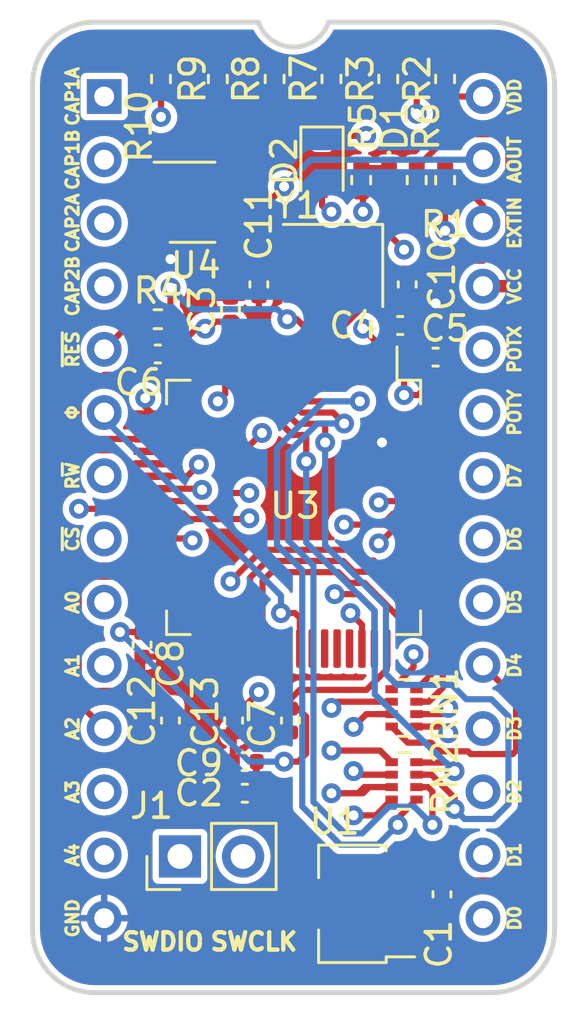
<source format=kicad_pcb>
(kicad_pcb (version 20221018) (generator pcbnew)
  (title_block (title "Kung Fu Flash") (date "2019-12-15") (rev "1"))
  (layers (0 "F.Cu" signal) (1 "In1.Cu" signal) (2 "In2.Cu" signal) (31 "B.Cu" signal) (34 "B.Paste" user) (35 "F.Paste" user) (36 "B.SilkS" user "B.Silkscreen") (37 "F.SilkS" user "F.Silkscreen") (38 "B.Mask" user) (39 "F.Mask" user) (44 "Edge.Cuts" user))
  (net 0 "")
  (net 1 "GND")
  (net 2 "+3V3")
  (net 3 "/R~{W}")
  (net 4 "/CD7")
  (net 5 "+5V")
  (net 6 "/CD6")
  (net 7 "/CD5")
  (net 8 "/CD4")
  (net 9 "/CD3")
  (net 10 "/CD2")
  (net 11 "/CD1")
  (net 12 "/CD0")
  (net 13 "/A4")
  (net 14 "/A3")
  (net 15 "/A2")
  (net 16 "/A1")
  (net 17 "/A0")
  (net 18 "/D2")
  (net 19 "/D3")
  (net 20 "/D1")
  (net 21 "/D0")
  (net 22 "/D4")
  (net 23 "/D5")
  (net 24 "/D7")
  (net 25 "/D6")
  (net 26 "/BOOT0")
  (net 27 "Net-(D1-Pad1)")
  (net 28 "/~{LED}")
  (net 29 "/~{RST}")
  (net 30 "/SPECIAL")
  (net 31 "/SWDIO")
  (net 32 "/SWCLK")
  (net 33 "Net-(C10-Pad2)")
  (net 34 "Net-(C13-Pad1)")
  (net 35 "Net-(U3-Pad50)")
  (net 36 "Net-(C11-Pad1)")
  (net 37 "Net-(C12-Pad2)")
  (net 38 "/VDD")
  (net 39 "Net-(R7-Pad1)")
  (net 40 "Net-(U2-Pad1)")
  (net 41 "Net-(U2-Pad2)")
  (net 42 "Net-(U2-Pad3)")
  (net 43 "Net-(U2-Pad4)")
  (net 44 "Net-(U3-Pad54)")
  (net 45 "Net-(U3-Pad53)")
  (net 46 "Net-(U3-Pad52)")
  (net 47 "Net-(U3-Pad51)")
  (net 48 "Net-(U3-Pad40)")
  (net 49 "Net-(U3-Pad39)")
  (net 50 "/~{CS}")
  (net 51 "/POT_Y")
  (net 52 "/POT_X")
  (net 53 "/EXT_IN")
  (net 54 "Net-(U3-Pad62)")
  (net 55 "Net-(U3-Pad61)")
  (net 56 "Net-(U3-Pad59)")
  (net 57 "Net-(U3-Pad58)")
  (net 58 "Net-(U3-Pad45)")
  (net 59 "Net-(U3-Pad44)")
  (net 60 "Net-(U3-Pad43)")
  (net 61 "Net-(U3-Pad42)")
  (net 62 "Net-(U3-Pad36)")
  (net 63 "Net-(U3-Pad35)")
  (net 64 "Net-(U3-Pad34)")
  (net 65 "Net-(U3-Pad33)")
  (net 66 "Net-(U3-Pad30)")
  (net 67 "Net-(U3-Pad29)")
  (net 68 "Net-(U3-Pad16)")
  (net 69 "Net-(U3-Pad15)")
  (net 70 "Net-(U3-Pad4)")
  (net 71 "Net-(U3-Pad3)")
  (net 72 "/VDD_ADC")
  (net 73 "/PHI2")
  (net 74 "Net-(R1-Pad2)")
  (net 75 "Net-(R4-Pad2)")
  (net 76 "Net-(R10-Pad2)")
  (net 77 "Net-(R10-Pad1)")
  (footprint "Capacitor_SMD:C_0402_1005Metric" (layer "F.Cu") (at 79.572 90.541 90)
    (fp_text reference "C10")
    (fp_text value "20p")
  )
  (footprint "Resistor_SMD:R_0402_1005Metric" (layer "F.Cu") (at 79.953 86.35 -90)
    (fp_text reference "R6")
    (fp_text value "10k")
  )
  (footprint "Capacitor_SMD:C_0402_1005Metric" (layer "F.Cu") (at 73.037 109.718 180)
    (fp_text reference "C9")
    (fp_text value "100n")
  )
  (footprint "Capacitor_SMD:C_0402_1005Metric" (layer "F.Cu") (at 68.904 105.019 -90)
    (fp_text reference "C8")
    (fp_text value "100n")
  )
  (footprint "Capacitor_SMD:C_0402_1005Metric" (layer "F.Cu") (at 80.969 115.052 -90)
    (fp_text reference "C1")
    (fp_text value "10u")
  )
  (footprint "Capacitor_SMD:C_0402_1005Metric" (layer "F.Cu") (at 72.46 91.557 90)
    (fp_text reference "C3")
    (fp_text value "100n")
  )
  (footprint "Capacitor_SMD:C_0402_1005Metric" (layer "F.Cu") (at 74.873 108.067 -90)
    (fp_text reference "C7")
    (fp_text value "100n")
  )
  (footprint "Package_QFP:LQFP-64_10x10mm_P0.5mm" (layer "F.Cu") (at 75 99.5 -90)
    (fp_text reference "U3")
    (fp_text value "GD32F405RGT6")
  )
  (footprint "mod:DIP-28_W15.24mm" (layer "F.Cu") (at 67.38 82.99)
    (fp_text reference "U2" hide)
    (fp_text value "C64-SID-Socket-hackup")
  )
  (footprint "Resistor_SMD:R_0402_1005Metric" (layer "F.Cu") (at 69.539 91.938 180)
    (fp_text reference "R4")
    (fp_text value "100")
  )
  (footprint "Resistor_SMD:R_0402_1005Metric" (layer "F.Cu") (at 78.81 82.284 -90)
    (fp_text reference "R3")
    (fp_text value "1.2k")
  )
  (footprint "Resistor_SMD:R_0402_1005Metric" (layer "F.Cu") (at 81.096 82.284 -90)
    (fp_text reference "R2")
    (fp_text value "6.2k")
  )
  (footprint "Resistor_SMD:R_Array_Concave_4x0402" (layer "F.Cu") (at 79.445 107.559)
    (fp_text reference "RN1")
    (fp_text value "100R")
  )
  (footprint "Resistor_SMD:R_Array_Concave_4x0402" (layer "F.Cu") (at 79.445 110.492)
    (fp_text reference "RN2")
    (fp_text value "100R")
  )
  (footprint "Resistor_SMD:R_0402_1005Metric" (layer "F.Cu") (at 76.524 82.284 -90)
    (fp_text reference "R7")
    (fp_text value "470")
  )
  (footprint "Connector_PinHeader_2.54mm:PinHeader_1x02_P2.54mm_Vertical" (layer "F.Cu") (at 70.428 113.528 90)
    (fp_text reference "J1")
    (fp_text value "SWD")
  )
  (footprint "Resistor_SMD:R_0402_1005Metric" (layer "F.Cu") (at 74.238 82.286 90)
    (fp_text reference "R8")
    (fp_text value "1k")
  )
  (footprint "Capacitor_SMD:C_0402_1005Metric" (layer "F.Cu") (at 73.603 90.541 -90)
    (fp_text reference "C11")
    (fp_text value "20p")
  )
  (footprint "mod:Crystal_SMD_3225-2Pin_3.2x2.5mm" (layer "F.Cu") (at 76.5875 89.779 180)
    (fp_text reference "Y1")
    (fp_text value "8MHz")
  )
  (footprint "Capacitor_SMD:C_0402_1005Metric" (layer "F.Cu") (at 80.715 93.462 180)
    (fp_text reference "C5")
    (fp_text value "100n")
  )
  (footprint "Capacitor_SMD:C_0402_1005Metric" (layer "F.Cu") (at 73.037 110.988 180)
    (fp_text reference "C2")
    (fp_text value "10u")
  )
  (footprint "Capacitor_SMD:C_0402_1005Metric" (layer "F.Cu") (at 69.539 93.335)
    (fp_text reference "C6")
    (fp_text value "100n")
  )
  (footprint "Resistor_SMD:R_0402_1005Metric" (layer "F.Cu") (at 77.7205 86.35 90)
    (fp_text reference "R5")
    (fp_text value "510R")
  )
  (footprint "Capacitor_SMD:C_0402_1005Metric" (layer "F.Cu") (at 70.047 108.067 90)
    (fp_text reference "C12")
    (fp_text value "2.2u")
  )
  (footprint "Capacitor_SMD:C_0402_1005Metric" (layer "F.Cu") (at 72.587 108.067 -90)
    (fp_text reference "C13")
    (fp_text value "2.2u")
  )
  (footprint "LED_SMD:LED_0402_1005Metric" (layer "F.Cu") (at 78.83675 86.35 -90)
    (fp_text reference "D1")
    (fp_text value "LED")
  )
  (footprint "Diode_SMD:D_SOD-323" (layer "F.Cu") (at 76.143 85.715 -90)
    (fp_text reference "D2")
    (fp_text value "1N4148WS")
  )
  (footprint "Capacitor_SMD:C_0402_1005Metric" (layer "F.Cu") (at 79.29 92.192)
    (fp_text reference "C4")
    (fp_text value "100n")
  )
  (footprint "Resistor_SMD:R_0402_1005Metric" (layer "F.Cu") (at 81.096 86.352 90)
    (fp_text reference "R1")
    (fp_text value "100")
  )
  (footprint "Package_TO_SOT_SMD:SOT-23-5" (layer "F.Cu") (at 70.936 87.239)
    (fp_text reference "U4")
    (fp_text value "LM321")
  )
  (footprint "Resistor_SMD:R_0402_1005Metric" (layer "F.Cu") (at 69.666 82.286 90)
    (fp_text reference "R10")
    (fp_text value "2k")
  )
  (footprint "Package_TO_SOT_SMD:SOT-89-3" (layer "F.Cu") (at 77.667 115.433 180)
    (fp_text reference "U1")
    (fp_text value "AMS1117-3.3")
  )
  (footprint "Resistor_SMD:R_0402_1005Metric" (layer "F.Cu") (at 71.952 82.286 90)
    (fp_text reference "R9")
    (fp_text value "470")
  )
  (gr_line (start 85.5 116.5) (end 85.5 82.5) (stroke (width 0.2)) (layer "Edge.Cuts"))
  (gr_line (start 67 119.000001) (end 83 119.000001) (stroke (width 0.2)) (layer "Edge.Cuts"))
  (gr_arc (start 64.5 82.5) (mid 65.232233 80.732233) (end 67 80) (stroke (width 0.2)) (layer "Edge.Cuts"))
  (gr_arc (start 85.500001 116.5) (mid 84.767768 118.267768) (end 83 119.000001) (stroke (width 0.2)) (layer "Edge.Cuts"))
  (gr_line (start 73.585786 80.000001) (end 67 80) (stroke (width 0.2)) (layer "Edge.Cuts"))
  (gr_line (start 83 80) (end 76.414215 79.999999) (stroke (width 0.2)) (layer "Edge.Cuts"))
  (gr_arc (start 67 119.000001) (mid 65.232232 118.267768) (end 64.499999 116.5) (stroke (width 0.2)) (layer "Edge.Cuts"))
  (gr_arc (start 76.414215 79.999999) (mid 75.000001 81.000001) (end 73.585786 80.000001) (stroke (width 0.2)) (layer "Edge.Cuts"))
  (gr_arc (start 83 80) (mid 84.767767 80.732233) (end 85.5 82.5) (stroke (width 0.2)) (layer "Edge.Cuts"))
  (gr_line (start 64.5 82.5) (end 64.499999 116.5) (stroke (width 0.2)) (layer "Edge.Cuts"))
  (gr_text "SWCLK" (at 71.571 116.957) (layer "F.SilkS") (effects (font (size 0.7 0.7) (thickness 0.175)) (justify left)))
  (gr_text "SWDIO" (at 68.015 116.957) (layer "F.SilkS") (effects (font (size 0.7 0.7) (thickness 0.175)) (justify left)))
  (segment (start 70.019 93.645) (end 70.019 93.335) (width 0.25) (layer "F.Cu") (net 1))
  (via (at 80.715 91.303) (size 0.8) (drill 0.4) (layers "F.Cu" "B.Cu") (net 1))
  (via (at 70.047 89.525) (size 0.8) (drill 0.4) (layers "F.Cu" "B.Cu") (net 1))
  (via (at 78.556 96.891) (size 0.8) (drill 0.4) (layers "F.Cu" "B.Cu") (net 1))
  (segment (start 78.81 92.192) (end 78.81 93.765) (width 0.25) (layer "F.Cu") (net 2))
  (segment (start 74.873 107.206) (end 75.245001 106.833999) (width 0.25) (layer "F.Cu") (net 2))
  (segment (start 72.75 92.327) (end 72.75 93.825) (width 0.25) (layer "F.Cu") (net 2))
  (segment (start 73.517 109.718) (end 73.517 110.988) (width 0.25) (layer "F.Cu") (net 2))
  (segment (start 72.432 91.91) (end 72.46 91.91) (width 0.25) (layer "F.Cu") (net 2))
  (segment (start 66.354999 95.197999) (end 67.377997 94.175001) (width 0.25) (layer "F.Cu") (net 2))
  (segment (start 79.445 92.834626) (end 78.81 92.199626) (width 0.25) (layer "F.Cu") (net 2))
  (segment (start 72.686 91.938) (end 72.75 92.002) (width 0.25) (layer "F.Cu") (net 2))
  (segment (start 73.517 110.988) (end 74.111 110.988) (width 0.25) (layer "F.Cu") (net 2))
  (segment (start 71.08302 92.319) (end 70.81901 92.58301) (width 0.25) (layer "F.Cu") (net 2))
  (segment (start 69.50099 92.58301) (end 70.77099 92.58301) (width 0.25) (layer "F.Cu") (net 2))
  (segment (start 78.83675 88.53575) (end 79.445 89.144) (width 0.25) (layer "F.Cu") (net 2))
  (segment (start 66.354999 96.182001) (end 66.354999 95.197999) (width 0.25) (layer "F.Cu") (net 2))
  (segment (start 69.059 93.025) (end 69.50099 92.58301) (width 0.25) (layer "F.Cu") (net 2))
  (segment (start 81.195 93.462) (end 81.195 95.23) (width 0.25) (layer "F.Cu") (net 2))
  (segment (start 77.921 84.572) (end 76.236 84.572) (width 0.25) (layer "F.Cu") (net 2))
  (segment (start 71.444 92.319) (end 71.571 92.319) (width 0.25) (layer "F.Cu") (net 2))
  (segment (start 68.218999 94.175001) (end 69.059 93.335) (width 0.25) (layer "F.Cu") (net 2))
  (segment (start 76.778 115.433) (end 79.2295 115.433) (width 0.25) (layer "F.Cu") (net 2))
  (segment (start 71.571 92.319) (end 71.853 92.037) (width 0.25) (layer "F.Cu") (net 2))
  (segment (start 78.75 93.825) (end 78.75 94.291) (width 0.25) (layer "F.Cu") (net 2))
  (segment (start 80.84001 94.156675) (end 80.010685 94.986) (width 0.25) (layer "F.Cu") (net 2))
  (segment (start 69.50099 92.58301) (end 70.81901 92.58301) (width 0.25) (layer "F.Cu") (net 2))
  (segment (start 76.236 84.572) (end 76.143 84.665) (width 0.25) (layer "F.Cu") (net 2))
  (segment (start 67.377997 94.175001) (end 68.218999 94.175001) (width 0.25) (layer "F.Cu") (net 2))
  (segment (start 69.325 103.25) (end 69.325 104.118) (width 0.25) (layer "F.Cu") (net 2))
  (segment (start 66.922998 96.75) (end 66.354999 96.182001) (width 0.25) (layer "F.Cu") (net 2))
  (segment (start 74.873 107.587) (end 74.873 107.206) (width 0.25) (layer "F.Cu") (net 2))
  (segment (start 78.75 105.175) (end 78.75 106.015702) (width 0.25) (layer "F.Cu") (net 2))
  (segment (start 71.853 92.037) (end 72.46 92.037) (width 0.25) (layer "F.Cu") (net 2))
  (segment (start 75.381 112.258) (end 75.381 114.036) (width 0.25) (layer "F.Cu") (net 2))
  (segment (start 81.195 95.23) (end 80.675 95.75) (width 0.25) (layer "F.Cu") (net 2))
  (segment (start 69.325 104.118) (end 68.904 104.539) (width 0.25) (layer "F.Cu") (net 2))
  (segment (start 75.381 114.036) (end 76.778 115.433) (width 0.25) (layer "F.Cu") (net 2))
  (segment (start 75.183 107.587) (end 74.873 107.587) (width 0.25) (layer "F.Cu") (net 2))
  (segment (start 73.603 109.591) (end 73.476 109.718) (width 0.25) (layer "F.Cu") (net 2))
  (segment (start 68.876 104.511) (end 68.904 104.539) (width 0.25) (layer "F.Cu") (net 2))
  (segment (start 69.059 93.335) (end 69.059 93.025) (width 0.25) (layer "F.Cu") (net 2))
  (segment (start 81.195 93.801685) (end 81.195 93.462) (width 0.25) (layer "F.Cu") (net 2))
  (segment (start 75.50801 109.394675) (end 75.50801 107.91201) (width 0.25) (layer "F.Cu") (net 2))
  (segment (start 77.931703 106.833999) (end 75.245001 106.833999) (width 0.25) (layer "F.Cu") (net 2))
  (segment (start 72.686 91.930374) (end 72.686 91.938) (width 0.25) (layer "F.Cu") (net 2))
  (segment (start 79.445 94.986) (end 79.445 92.834626) (width 0.25) (layer "F.Cu") (net 2))
  (segment (start 80.84001 93.84101) (end 80.84001 94.156675) (width 0.25) (layer "F.Cu") (net 2))
  (segment (start 75.184685 109.718) (end 75.50801 109.394675) (width 0.25) (layer "F.Cu") (net 2))
  (segment (start 73.517 109.718) (end 74.619 109.718) (width 0.25) (layer "F.Cu") (net 2))
  (segment (start 72.46 92.037) (end 72.75 92.327) (width 0.25) (layer "F.Cu") (net 2))
  (segment (start 81.195 93.48602) (end 80.84001 93.84101) (width 0.25) (layer "F.Cu") (net 2))
  (segment (start 73.476 109.718) (end 73.476 110.988) (width 0.25) (layer "F.Cu") (net 2))
  (segment (start 78.83675 86.835) (end 78.83675 88.53575) (width 0.25) (layer "F.Cu") (net 2))
  (segment (start 78.83675 87.362408) (end 78.83675 86.835) (width 0.25) (layer "F.Cu") (net 2))
  (segment (start 74.619 109.718) (end 75.184685 109.718) (width 0.25) (layer "F.Cu") (net 2))
  (segment (start 72.75 92.002) (end 72.75 93.825) (width 0.25) (layer "F.Cu") (net 2))
  (segment (start 74.111 110.988) (end 75.381 112.258) (width 0.25) (layer "F.Cu") (net 2))
  (segment (start 78.81 92.199626) (end 78.81 92.192) (width 0.25) (layer "F.Cu") (net 2))
  (segment (start 71.444 92.319) (end 71.08302 92.319) (width 0.25) (layer "F.Cu") (net 2))
  (segment (start 78.81 93.765) (end 78.75 93.825) (width 0.25) (layer "F.Cu") (net 2))
  (segment (start 75.50801 107.91201) (end 75.183 107.587) (width 0.25) (layer "F.Cu") (net 2))
  (segment (start 80.010685 94.986) (end 79.445 94.986) (width 0.25) (layer "F.Cu") (net 2))
  (segment (start 78.75 106.015702) (end 77.931703 106.833999) (width 0.25) (layer "F.Cu") (net 2))
  (segment (start 77.921 84.572) (end 76.778 84.572) (width 0.25) (layer "F.Cu") (net 2))
  (segment (start 81.195 93.462) (end 81.195 93.48602) (width 0.25) (layer "F.Cu") (net 2))
  (segment (start 68.015 104.511) (end 68.876 104.511) (width 0.25) (layer "F.Cu") (net 2))
  (segment (start 69.325 96.75) (end 66.922998 96.75) (width 0.25) (layer "F.Cu") (net 2))
  (via (at 77.921 84.572) (size 0.8) (drill 0.4) (layers "F.Cu" "B.Cu") (net 2))
  (via (at 79.445 94.986) (size 0.8) (drill 0.4) (layers "F.Cu" "B.Cu") (net 2))
  (via (at 71.444 92.319) (size 0.8) (drill 0.4) (layers "F.Cu" "B.Cu") (net 2))
  (via (at 74.619 109.718) (size 0.8) (drill 0.4) (layers "F.Cu" "B.Cu") (net 2))
  (via (at 79.445 89.144) (size 0.8) (drill 0.4) (layers "F.Cu" "B.Cu") (net 2))
  (via (at 68.015 104.511) (size 0.8) (drill 0.4) (layers "F.Cu" "B.Cu") (net 2))
  (segment (start 73.222 109.718) (end 68.015 104.511) (width 0.25) (layer "B.Cu") (net 2))
  (segment (start 74.619 109.718) (end 73.222 109.718) (width 0.25) (layer "B.Cu") (net 2))
  (segment (start 72.25 94.942) (end 72.25 93.825) (width 0.25) (layer "F.Cu") (net 3))
  (segment (start 71.952 95.24) (end 72.25 94.942) (width 0.25) (layer "F.Cu") (net 3))
  (via (at 71.952 95.24) (size 0.8) (drill 0.4) (layers "F.Cu" "B.Cu") (net 3))
  (segment (start 79.826 105.928) (end 79.826 105.4) (width 0.25) (layer "F.Cu") (net 4))
  (segment (start 78.945 106.809) (end 79.826 105.928) (width 0.25) (layer "F.Cu") (net 4))
  (via (at 79.826 105.4) (size 0.8) (drill 0.4) (layers "F.Cu" "B.Cu") (net 4))
  (segment (start 84.086 90.61) (end 82.62 90.61) (width 0.5) (layer "F.Cu") (net 5))
  (segment (start 84.525 91.049) (end 84.086 90.61) (width 0.5) (layer "F.Cu") (net 5))
  (segment (start 80.969 114.572) (end 81.017001 114.620001) (width 0.5) (layer "F.Cu") (net 5))
  (segment (start 81.017001 114.620001) (end 83.172001 114.620001) (width 0.5) (layer "F.Cu") (net 5))
  (segment (start 80.33 113.933) (end 80.969 114.572) (width 0.5) (layer "F.Cu") (net 5))
  (segment (start 79.317 113.933) (end 80.33 113.933) (width 0.5) (layer "F.Cu") (net 5))
  (segment (start 83.172001 114.620001) (end 84.525 113.267002) (width 0.5) (layer "F.Cu") (net 5))
  (segment (start 84.525 112.512) (end 84.525 91.049) (width 0.5) (layer "F.Cu") (net 5))
  (segment (start 84.525 113.267002) (end 84.525 112.512) (width 0.5) (layer "F.Cu") (net 5))
  (segment (start 76.524 107.559) (end 76.774 107.309) (width 0.25) (layer "F.Cu") (net 6))
  (segment (start 76.774 107.309) (end 78.945 107.309) (width 0.25) (layer "F.Cu") (net 6))
  (via (at 76.524 107.559) (size 0.8) (drill 0.4) (layers "F.Cu" "B.Cu") (net 6))
  (segment (start 78.945 107.809) (end 78.306 107.809) (width 0.25) (layer "F.Cu") (net 7))
  (segment (start 77.413 108.321) (end 77.925 107.809) (width 0.25) (layer "F.Cu") (net 7))
  (segment (start 77.925 107.809) (end 78.945 107.809) (width 0.25) (layer "F.Cu") (net 7))
  (via (at 77.413 108.321) (size 0.8) (drill 0.4) (layers "F.Cu" "B.Cu") (net 7))
  (segment (start 79.592 108.956) (end 80.530998 108.956) (width 0.25) (layer "F.Cu") (net 8))
  (segment (start 80.879498 109.3045) (end 82.017498 109.3045) (width 0.25) (layer "F.Cu") (net 8))
  (segment (start 82.017498 109.3045) (end 82.127999 109.415001) (width 0.25) (layer "F.Cu") (net 8))
  (segment (start 83.94999 109.27701) (end 83.94999 107.17999) (width 0.25) (layer "F.Cu") (net 8))
  (segment (start 83.94999 107.17999) (end 82.62 105.85) (width 0.25) (layer "F.Cu") (net 8))
  (segment (start 80.530998 108.956) (end 80.879498 109.3045) (width 0.25) (layer "F.Cu") (net 8))
  (segment (start 78.945 108.309) (end 79.592 108.956) (width 0.25) (layer "F.Cu") (net 8))
  (segment (start 83.811999 109.415001) (end 83.94999 109.27701) (width 0.25) (layer "F.Cu") (net 8))
  (segment (start 82.127999 109.415001) (end 83.811999 109.415001) (width 0.25) (layer "F.Cu") (net 8))
  (segment (start 78.4765 109.2735) (end 78.945 109.742) (width 0.25) (layer "F.Cu") (net 9))
  (segment (start 78.667 109.464) (end 78.945 109.742) (width 0.25) (layer "F.Cu") (net 9))
  (segment (start 76.524 109.2735) (end 78.4765 109.2735) (width 0.25) (layer "F.Cu") (net 9))
  (via (at 76.524 109.2735) (size 0.8) (drill 0.4) (layers "F.Cu" "B.Cu") (net 9))
  (segment (start 78.945 110.242) (end 77.302 110.242) (width 0.25) (layer "F.Cu") (net 10))
  (segment (start 77.302 110.242) (end 77.286 110.226) (width 0.25) (layer "F.Cu") (net 10))
  (segment (start 77.413 110.099) (end 77.556 110.242) (width 0.25) (layer "F.Cu") (net 10))
  (segment (start 77.556 110.242) (end 78.945 110.242) (width 0.25) (layer "F.Cu") (net 10))
  (via (at 77.413 110.099) (size 0.8) (drill 0.4) (layers "F.Cu" "B.Cu") (net 10))
  (segment (start 76.397 110.988) (end 76.397 110.988) (width 0.25) (layer "F.Cu") (net 11))
  (segment (start 77.843002 110.742) (end 77.597002 110.988) (width 0.25) (layer "F.Cu") (net 11))
  (segment (start 78.03859 110.742) (end 78.945 110.742) (width 0.25) (layer "F.Cu") (net 11))
  (segment (start 77.597002 110.988) (end 76.397 110.988) (width 0.25) (layer "F.Cu") (net 11))
  (segment (start 78.945 110.742) (end 77.843002 110.742) (width 0.25) (layer "F.Cu") (net 11))
  (segment (start 77.79259 110.988) (end 78.03859 110.742) (width 0.25) (layer "F.Cu") (net 11))
  (segment (start 76.524 110.988) (end 77.79259 110.988) (width 0.25) (layer "F.Cu") (net 11))
  (via (at 76.524 110.988) (size 0.8) (drill 0.4) (layers "F.Cu" "B.Cu") (net 11))
  (segment (start 77.54 111.877) (end 77.54 111.877) (width 0.25) (layer "F.Cu") (net 12))
  (segment (start 78.945 111.242) (end 78.31 111.877) (width 0.25) (layer "F.Cu") (net 12))
  (segment (start 78.31 111.877) (end 77.413 111.877) (width 0.25) (layer "F.Cu") (net 12))
  (via (at 77.413 111.877) (size 0.8) (drill 0.4) (layers "F.Cu" "B.Cu") (net 12))
  (segment (start 77.286 100.193) (end 77.286 100.193) (width 0.25) (layer "F.Cu") (net 13))
  (segment (start 78.56853 100.193) (end 77.286 100.193) (width 0.25) (layer "F.Cu") (net 13))
  (segment (start 80.675 99.75) (end 79.01153 99.75) (width 0.25) (layer "F.Cu") (net 13))
  (segment (start 79.01153 99.75) (end 78.56853 100.193) (width 0.25) (layer "F.Cu") (net 13))
  (via (at 77.032 100.193) (size 0.8) (drill 0.4) (layers "F.Cu" "B.Cu") (net 13))
  (segment (start 78.429 101.013412) (end 78.429 101.013412) (width 0.25) (layer "F.Cu") (net 14))
  (segment (start 80.675 100.25) (end 79.14794 100.25) (width 0.25) (layer "F.Cu") (net 14))
  (segment (start 79.14794 100.25) (end 78.450434 100.947506) (width 0.25) (layer "F.Cu") (net 14))
  (via (at 78.429 100.947506) (size 0.8) (drill 0.4) (layers "F.Cu" "B.Cu") (net 14))
  (segment (start 65.904989 102.631599) (end 65.904989 106.914989) (width 0.25) (layer "F.Cu") (net 15))
  (segment (start 67.899309 101.834989) (end 66.701598 101.83499) (width 0.25) (layer "F.Cu") (net 15))
  (segment (start 66.701598 101.83499) (end 65.904989 102.631599) (width 0.25) (layer "F.Cu") (net 15))
  (segment (start 68.484298 101.25) (end 67.899309 101.834989) (width 0.25) (layer "F.Cu") (net 15))
  (segment (start 69.325 101.25) (end 68.484298 101.25) (width 0.25) (layer "F.Cu") (net 15))
  (segment (start 65.904989 106.914989) (end 67.38 108.39) (width 0.25) (layer "F.Cu") (net 15))
  (segment (start 70.858 100.75) (end 69.325 100.75) (width 0.25) (layer "F.Cu") (net 16))
  (segment (start 69.325 100.75) (end 70.165702 100.75) (width 0.25) (layer "F.Cu") (net 16))
  (segment (start 70.936 100.828) (end 70.858 100.75) (width 0.25) (layer "F.Cu") (net 16))
  (via (at 70.936 100.828) (size 0.8) (drill 0.4) (layers "F.Cu" "B.Cu") (net 16))
  (segment (start 68.377002 100.25) (end 67.685002 99.558) (width 0.25) (layer "F.Cu") (net 17))
  (segment (start 69.325 100.25) (end 68.377002 100.25) (width 0.25) (layer "F.Cu") (net 17))
  (segment (start 67.685002 99.558) (end 66.364 99.558) (width 0.25) (layer "F.Cu") (net 17))
  (via (at 66.364 99.558) (size 0.8) (drill 0.4) (layers "F.Cu" "B.Cu") (net 17))
  (segment (start 81.477 111.172002) (end 81.477 111.623) (width 0.25) (layer "F.Cu") (net 18))
  (segment (start 79.945 110.242) (end 80.546998 110.242) (width 0.25) (layer "F.Cu") (net 18))
  (segment (start 76.27 96.14002) (end 76.27 96.891) (width 0.25) (layer "F.Cu") (net 18))
  (segment (start 75.1352 96.14002) (end 76.27 96.14002) (width 0.25) (layer "F.Cu") (net 18))
  (segment (start 80.546998 110.242) (end 81.477 111.172002) (width 0.25) (layer "F.Cu") (net 18))
  (segment (start 74.25 95.25482) (end 75.1352 96.14002) (width 0.25) (layer "F.Cu") (net 18))
  (segment (start 74.25 93.825) (end 74.25 95.25482) (width 0.25) (layer "F.Cu") (net 18))
  (segment (start 79.945 110.242) (end 80.445 110.242) (width 0.25) (layer "F.Cu") (net 18))
  (via (at 76.27 96.891) (size 0.8) (drill 0.4) (layers "F.Cu" "B.Cu") (net 18))
  (via (at 81.477 111.623) (size 0.8) (drill 0.4) (layers "F.Cu" "B.Cu") (net 18))
  (segment (start 81.370003 106.633001) (end 79.154001 106.633001) (width 0.25) (layer "B.Cu") (net 18))
  (segment (start 81.876999 112.022999) (end 83.044003 112.022999) (width 0.25) (layer "B.Cu") (net 18))
  (segment (start 78.715011 103.472599) (end 76.27 101.027588) (width 0.25) (layer "B.Cu") (net 18))
  (segment (start 81.948001 107.210999) (end 81.370003 106.633001) (width 0.25) (layer "B.Cu") (net 18))
  (segment (start 78.715011 106.194011) (end 78.715011 103.472599) (width 0.25) (layer "B.Cu") (net 18))
  (segment (start 83.645001 111.422001) (end 83.645001 107.897999) (width 0.25) (layer "B.Cu") (net 18))
  (segment (start 83.645001 107.897999) (end 82.958001 107.210999) (width 0.25) (layer "B.Cu") (net 18))
  (segment (start 82.958001 107.210999) (end 81.948001 107.210999) (width 0.25) (layer "B.Cu") (net 18))
  (segment (start 83.044003 112.022999) (end 83.645001 111.422001) (width 0.25) (layer "B.Cu") (net 18))
  (segment (start 79.154001 106.633001) (end 78.715011 106.194011) (width 0.25) (layer "B.Cu") (net 18))
  (segment (start 76.27 101.027588) (end 76.27 96.891) (width 0.25) (layer "B.Cu") (net 18))
  (segment (start 81.477 111.623) (end 81.876999 112.022999) (width 0.25) (layer "B.Cu") (net 18))
  (segment (start 73.75 95.39123) (end 74.9488 96.59003) (width 0.25) (layer "F.Cu") (net 19))
  (segment (start 74.9488 96.59003) (end 75.46103 96.59003) (width 0.25) (layer "F.Cu") (net 19))
  (segment (start 75.46103 96.59003) (end 75.508 96.637) (width 0.25) (layer "F.Cu") (net 19))
  (segment (start 79.95751 109.75451) (end 79.945 109.742) (width 0.25) (layer "F.Cu") (net 19))
  (segment (start 73.75 93.825) (end 73.75 95.39123) (width 0.25) (layer "F.Cu") (net 19))
  (segment (start 81.477 110.099) (end 81.13251 109.75451) (width 0.25) (layer "F.Cu") (net 19))
  (segment (start 81.13251 109.75451) (end 79.95751 109.75451) (width 0.25) (layer "F.Cu") (net 19))
  (segment (start 75.508 96.637) (end 75.508 97.653) (width 0.25) (layer "F.Cu") (net 19))
  (via (at 81.477 110.099) (size 0.8) (drill 0.4) (layers "F.Cu" "B.Cu") (net 19))
  (via (at 75.508 97.653) (size 0.8) (drill 0.4) (layers "F.Cu" "B.Cu") (net 19))
  (segment (start 78.265001 107.014001) (end 78.265001 103.658999) (width 0.25) (layer "B.Cu") (net 19))
  (segment (start 81.477 110.099) (end 78.265001 107.014001) (width 0.25) (layer "B.Cu") (net 19))
  (segment (start 75.508 97.653) (end 75.508 100.911608) (width 0.25) (layer "B.Cu") (net 19))
  (segment (start 75.508 100.911608) (end 78.255391 103.658999) (width 0.25) (layer "B.Cu") (net 19))
  (segment (start 78.255391 103.658999) (end 78.265001 103.658999) (width 0.25) (layer "B.Cu") (net 19))
  (segment (start 80.588 112.385) (end 80.588 112.385) (width 0.25) (layer "F.Cu") (net 20))
  (segment (start 74.75 95.11841) (end 75.3216 95.69001) (width 0.25) (layer "F.Cu") (net 20))
  (segment (start 80.588 110.919412) (end 80.410588 110.742) (width 0.25) (layer "F.Cu") (net 20))
  (segment (start 75.3216 95.69001) (end 76.59301 95.69001) (width 0.25) (layer "F.Cu") (net 20))
  (segment (start 74.75 93.825) (end 74.75 95.11841) (width 0.25) (layer "F.Cu") (net 20))
  (segment (start 80.588 112.258) (end 80.588 110.919412) (width 0.25) (layer "F.Cu") (net 20))
  (segment (start 80.410588 110.742) (end 79.945 110.742) (width 0.25) (layer "F.Cu") (net 20))
  (segment (start 76.59301 95.69001) (end 77.032 96.129) (width 0.25) (layer "F.Cu") (net 20))
  (via (at 77.032 96.129) (size 0.8) (drill 0.4) (layers "F.Cu" "B.Cu") (net 20))
  (via (at 80.588 112.258) (size 0.8) (drill 0.4) (layers "F.Cu" "B.Cu") (net 20))
  (segment (start 75.798999 101.839017) (end 75.798999 111.336001) (width 0.25) (layer "B.Cu") (net 20))
  (segment (start 79.858999 111.528999) (end 80.588 112.258) (width 0.25) (layer "B.Cu") (net 20))
  (segment (start 74.782999 100.823017) (end 75.798999 101.839017) (width 0.25) (layer "B.Cu") (net 20))
  (segment (start 77.064999 112.602001) (end 77.761001 112.602001) (width 0.25) (layer "B.Cu") (net 20))
  (segment (start 75.958998 96.129) (end 74.782999 97.304999) (width 0.25) (layer "B.Cu") (net 20))
  (segment (start 74.782999 97.304999) (end 74.782999 100.823017) (width 0.25) (layer "B.Cu") (net 20))
  (segment (start 77.032 96.129) (end 75.958998 96.129) (width 0.25) (layer "B.Cu") (net 20))
  (segment (start 78.834003 111.528999) (end 79.858999 111.528999) (width 0.25) (layer "B.Cu") (net 20))
  (segment (start 75.798999 111.336001) (end 77.064999 112.602001) (width 0.25) (layer "B.Cu") (net 20))
  (segment (start 77.761001 112.602001) (end 78.834003 111.528999) (width 0.25) (layer "B.Cu") (net 20))
  (segment (start 79.191 112.131) (end 79.191 112.131) (width 0.25) (layer "F.Cu") (net 21))
  (segment (start 75.25 94.982) (end 75.25 93.825) (width 0.25) (layer "F.Cu") (net 21))
  (segment (start 75.508 95.24) (end 75.25 94.982) (width 0.25) (layer "F.Cu") (net 21))
  (segment (start 77.667 95.24) (end 75.508 95.24) (width 0.25) (layer "F.Cu") (net 21))
  (segment (start 79.191 111.996) (end 79.945 111.242) (width 0.25) (layer "F.Cu") (net 21))
  (segment (start 79.191 112.258) (end 79.191 111.996) (width 0.25) (layer "F.Cu") (net 21))
  (via (at 79.191 112.258) (size 0.8) (drill 0.4) (layers "F.Cu" "B.Cu") (net 21))
  (via (at 77.667 95.24) (size 0.8) (drill 0.4) (layers "F.Cu" "B.Cu") (net 21))
  (segment (start 74.33299 97.118598) (end 74.33299 101.009418) (width 0.25) (layer "B.Cu") (net 21))
  (segment (start 78.396989 113.052011) (end 79.191 112.258) (width 0.25) (layer "B.Cu") (net 21))
  (segment (start 75.348989 102.025417) (end 75.348989 111.522401) (width 0.25) (layer "B.Cu") (net 21))
  (segment (start 74.33299 101.009418) (end 75.348989 102.025417) (width 0.25) (layer "B.Cu") (net 21))
  (segment (start 76.878598 113.05201) (end 78.396989 113.052011) (width 0.25) (layer "B.Cu") (net 21))
  (segment (start 76.211588 95.24) (end 74.33299 97.118598) (width 0.25) (layer "B.Cu") (net 21))
  (segment (start 75.348989 111.522401) (end 76.878598 113.05201) (width 0.25) (layer "B.Cu") (net 21))
  (segment (start 77.667 95.24) (end 76.211588 95.24) (width 0.25) (layer "B.Cu") (net 21))
  (segment (start 73.222 98.923) (end 72.263002 98.923) (width 0.25) (layer "F.Cu") (net 22))
  (segment (start 70.697998 99.25) (end 70.968999 99.521001) (width 0.25) (layer "F.Cu") (net 22))
  (segment (start 80.957 108.309) (end 81.223 108.575) (width 0.25) (layer "F.Cu") (net 22))
  (segment (start 79.945 108.309) (end 80.957 108.309) (width 0.25) (layer "F.Cu") (net 22))
  (segment (start 70.968999 99.521001) (end 71.665001 99.521001) (width 0.25) (layer "F.Cu") (net 22))
  (segment (start 69.325 99.25) (end 70.697998 99.25) (width 0.25) (layer "F.Cu") (net 22))
  (segment (start 72.263002 98.923) (end 71.665001 99.521001) (width 0.25) (layer "F.Cu") (net 22))
  (via (at 81.223 108.575) (size 0.8) (drill 0.4) (layers "F.Cu" "B.Cu") (net 22))
  (via (at 73.222 98.923) (size 0.8) (drill 0.4) (layers "F.Cu" "B.Cu") (net 22))
  (segment (start 79.945 107.809) (end 80.973 107.809) (width 0.25) (layer "F.Cu") (net 23))
  (segment (start 70.782599 99.971011) (end 73.189989 99.971011) (width 0.25) (layer "F.Cu") (net 23))
  (segment (start 70.561588 99.75) (end 70.782599 99.971011) (width 0.25) (layer "F.Cu") (net 23))
  (segment (start 73.189989 99.971011) (end 73.222 99.939) (width 0.25) (layer "F.Cu") (net 23))
  (segment (start 80.973 107.809) (end 81.223 107.559) (width 0.25) (layer "F.Cu") (net 23))
  (segment (start 69.325 99.75) (end 70.561588 99.75) (width 0.25) (layer "F.Cu") (net 23))
  (via (at 73.222 99.939) (size 0.8) (drill 0.4) (layers "F.Cu" "B.Cu") (net 23))
  (via (at 81.223 107.559) (size 0.8) (drill 0.4) (layers "F.Cu" "B.Cu") (net 23))
  (segment (start 80.551001 104.739021) (end 80.13799 104.32601) (width 0.25) (layer "F.Cu") (net 24))
  (segment (start 79.637488 104.32601) (end 78.700011 103.388533) (width 0.25) (layer "F.Cu") (net 24))
  (segment (start 79.945 106.809) (end 80.551001 106.202999) (width 0.25) (layer "F.Cu") (net 24))
  (segment (start 80.13799 104.32601) (end 79.637488 104.32601) (width 0.25) (layer "F.Cu") (net 24))
  (segment (start 77.228009 102.536991) (end 76.795233 102.104215) (width 0.25) (layer "F.Cu") (net 24))
  (segment (start 80.551001 106.202999) (end 80.551001 104.739021) (width 0.25) (layer "F.Cu") (net 24))
  (segment (start 78.700011 103.388533) (end 78.700011 103.3836) (width 0.25) (layer "F.Cu") (net 24))
  (segment (start 78.700011 103.3836) (end 77.853401 102.536991) (width 0.25) (layer "F.Cu") (net 24))
  (segment (start 76.795233 102.104215) (end 74.107605 102.104215) (width 0.25) (layer "F.Cu") (net 24))
  (segment (start 74.107605 102.104215) (end 73.75 102.46182) (width 0.25) (layer "F.Cu") (net 24))
  (segment (start 77.853401 102.536991) (end 77.228009 102.536991) (width 0.25) (layer "F.Cu") (net 24))
  (segment (start 73.75 102.46182) (end 73.75 105.175) (width 0.25) (layer "F.Cu") (net 24))
  (segment (start 79.945 107.309) (end 80.445 107.309) (width 0.25) (layer "F.Cu") (net 25))
  (segment (start 73.25 105.175) (end 73.25 102.32541) (width 0.25) (layer "F.Cu") (net 25))
  (segment (start 80.32439 103.876) (end 79.823888 103.876) (width 0.25) (layer "F.Cu") (net 25))
  (segment (start 81.00101 104.55262) (end 80.32439 103.876) (width 0.25) (layer "F.Cu") (net 25))
  (segment (start 77.42402 102.08698) (end 78.039801 102.08698) (width 0.25) (layer "F.Cu") (net 25))
  (segment (start 81.001011 106.752989) (end 81.00101 104.55262) (width 0.25) (layer "F.Cu") (net 25))
  (segment (start 73.25 102.32541) (end 73.921205 101.654205) (width 0.25) (layer "F.Cu") (net 25))
  (segment (start 73.921205 101.654205) (end 76.991245 101.654205) (width 0.25) (layer "F.Cu") (net 25))
  (segment (start 79.150022 103.202133) (end 79.823888 103.876) (width 0.25) (layer "F.Cu") (net 25))
  (segment (start 78.039801 102.08698) (end 79.150022 103.1972) (width 0.25) (layer "F.Cu") (net 25))
  (segment (start 80.445 107.309) (end 81.001011 106.752989) (width 0.25) (layer "F.Cu") (net 25))
  (segment (start 79.150022 103.1972) (end 79.150022 103.202133) (width 0.25) (layer "F.Cu") (net 25))
  (segment (start 76.991245 101.654205) (end 77.42402 102.08698) (width 0.25) (layer "F.Cu") (net 25))
  (segment (start 83.94999 91.87801) (end 82.371008 91.87801) (width 0.25) (layer "F.Cu") (net 26))
  (segment (start 82.371008 91.87801) (end 81.477 90.984002) (width 0.25) (layer "F.Cu") (net 26))
  (segment (start 79.953 85.84) (end 81.288001 84.504999) (width 0.25) (layer "F.Cu") (net 26))
  (segment (start 82.622003 89.584999) (end 81.798001 89.584999) (width 0.25) (layer "F.Cu") (net 26))
  (segment (start 81.515702 97.75) (end 82.243351 97.022351) (width 0.25) (layer "F.Cu") (net 26))
  (segment (start 81.477 89.906) (end 81.477 90.984002) (width 0.25) (layer "F.Cu") (net 26))
  (segment (start 80.675 97.75) (end 81.515702 97.75) (width 0.25) (layer "F.Cu") (net 26))
  (segment (start 81.288001 84.504999) (end 83.112001 84.504999) (width 0.25) (layer "F.Cu") (net 26))
  (segment (start 82.243351 97.022351) (end 82.869649 97.022351) (width 0.25) (layer "F.Cu") (net 26))
  (segment (start 83.645001 85.037999) (end 83.645001 88.562001) (width 0.25) (layer "F.Cu") (net 26))
  (segment (start 83.112001 84.504999) (end 83.645001 85.037999) (width 0.25) (layer "F.Cu") (net 26))
  (segment (start 83.645001 88.562001) (end 82.622003 89.584999) (width 0.25) (layer "F.Cu") (net 26))
  (segment (start 83.94999 95.94201) (end 83.94999 91.87801) (width 0.25) (layer "F.Cu") (net 26))
  (segment (start 81.798001 89.584999) (end 81.477 89.906) (width 0.25) (layer "F.Cu") (net 26))
  (segment (start 82.869649 97.022351) (end 83.94999 95.94201) (width 0.25) (layer "F.Cu") (net 26))
  (segment (start 78.83675 85.865) (end 77.7455 85.865) (width 0.25) (layer "F.Cu") (net 27))
  (segment (start 77.7455 85.865) (end 77.7205 85.84) (width 0.25) (layer "F.Cu") (net 27))
  (segment (start 78.25 93.825) (end 78.25 92.984298) (width 0.25) (layer "F.Cu") (net 28))
  (segment (start 77.794 87.62) (end 77.794 86.9335) (width 0.25) (layer "F.Cu") (net 28))
  (segment (start 78.25 92.775) (end 78.25 93.825) (width 0.25) (layer "F.Cu") (net 28))
  (segment (start 77.794 92.319) (end 78.25 92.775) (width 0.25) (layer "F.Cu") (net 28))
  (segment (start 77.794 86.9335) (end 77.7205 86.86) (width 0.25) (layer "F.Cu") (net 28))
  (via (at 77.794 92.319) (size 0.8) (drill 0.4) (layers "F.Cu" "B.Cu") (net 28))
  (via (at 77.794 87.62) (size 0.8) (drill 0.4) (layers "F.Cu" "B.Cu") (net 28))
  (segment (start 74.746 91.938) (end 75.12559 91.938) (width 0.25) (layer "F.Cu") (net 29))
  (segment (start 70.049 90.67) (end 70.049 90.67) (width 0.25) (layer "F.Cu") (net 29))
  (segment (start 75.12559 91.938) (end 75.75 92.56241) (width 0.25) (layer "F.Cu") (net 29))
  (segment (start 75.75 92.56241) (end 75.75 93.825) (width 0.25) (layer "F.Cu") (net 29))
  (segment (start 70.049 91.938) (end 70.049 90.67) (width 0.25) (layer "F.Cu") (net 29))
  (via (at 70.049 90.67) (size 0.8) (drill 0.4) (layers "F.Cu" "B.Cu") (net 29))
  (via (at 74.746 91.938) (size 0.8) (drill 0.4) (layers "F.Cu" "B.Cu") (net 29))
  (segment (start 74.346001 91.538001) (end 70.917001 91.538001) (width 0.25) (layer "B.Cu") (net 29))
  (segment (start 74.746 91.938) (end 74.346001 91.538001) (width 0.25) (layer "B.Cu") (net 29))
  (segment (start 70.917001 91.538001) (end 70.049 90.67) (width 0.25) (layer "B.Cu") (net 29))
  (segment (start 68.138002 86.289) (end 67.665001 86.762001) (width 0.25) (layer "F.Cu") (net 30))
  (segment (start 69.836 86.289) (end 68.138002 86.289) (width 0.25) (layer "F.Cu") (net 30))
  (segment (start 65.90499 90.36501) (end 65.90499 96.368402) (width 0.25) (layer "F.Cu") (net 30))
  (segment (start 65.904989 90.111011) (end 65.90499 90.36501) (width 0.25) (layer "F.Cu") (net 30))
  (segment (start 65.90499 88.028008) (end 65.90499 90.36501) (width 0.25) (layer "F.Cu") (net 30))
  (segment (start 66.741587 97.204999) (end 67.939297 97.204999) (width 0.25) (layer "F.Cu") (net 30))
  (segment (start 67.170997 86.762001) (end 67.665001 86.762001) (width 0.25) (layer "F.Cu") (net 30))
  (segment (start 65.90499 88.028008) (end 67.170997 86.762001) (width 0.25) (layer "F.Cu") (net 30))
  (segment (start 65.90499 96.368402) (end 66.741587 97.204999) (width 0.25) (layer "F.Cu") (net 30))
  (segment (start 68.484298 97.75) (end 69.325 97.75) (width 0.25) (layer "F.Cu") (net 30))
  (segment (start 67.939297 97.204999) (end 68.484298 97.75) (width 0.25) (layer "F.Cu") (net 30))
  (segment (start 77.286 103.749) (end 77.75 104.213) (width 0.25) (layer "F.Cu") (net 31))
  (segment (start 77.75 104.213) (end 77.75 105.175) (width 0.25) (layer "F.Cu") (net 31))
  (via (at 77.286 103.749) (size 0.8) (drill 0.4) (layers "F.Cu" "B.Cu") (net 31))
  (segment (start 72.46 102.479) (end 72.333 102.479) (width 0.25) (layer "F.Cu") (net 32))
  (segment (start 72.46 102.479) (end 73.734804 101.204196) (width 0.25) (layer "F.Cu") (net 32))
  (segment (start 79.600033 103.015734) (end 79.834299 103.25) (width 0.25) (layer "F.Cu") (net 32))
  (segment (start 77.281196 101.204196) (end 77.713969 101.636969) (width 0.25) (layer "F.Cu") (net 32))
  (segment (start 79.600033 103.0108) (end 79.600033 103.015734) (width 0.25) (layer "F.Cu") (net 32))
  (segment (start 73.734804 101.204196) (end 77.281196 101.204196) (width 0.25) (layer "F.Cu") (net 32))
  (segment (start 79.834299 103.25) (end 80.675 103.25) (width 0.25) (layer "F.Cu") (net 32))
  (segment (start 78.226201 101.636969) (end 79.600033 103.0108) (width 0.25) (layer "F.Cu") (net 32))
  (segment (start 77.713969 101.636969) (end 78.226201 101.636969) (width 0.25) (layer "F.Cu") (net 32))
  (via (at 72.46 102.479) (size 0.8) (drill 0.4) (layers "F.Cu" "B.Cu") (net 32))
  (segment (start 77.9195 90.061) (end 77.6375 89.779) (width 0.25) (layer "F.Cu") (net 33))
  (segment (start 79.572 90.061) (end 77.9195 90.061) (width 0.25) (layer "F.Cu") (net 33))
  (segment (start 77.6375 89.779) (end 77.6375 91.5865) (width 0.25) (layer "F.Cu") (net 33))
  (segment (start 77.6375 91.5865) (end 76.75 92.474) (width 0.25) (layer "F.Cu") (net 33))
  (segment (start 76.75 92.474) (end 76.75 93.825) (width 0.25) (layer "F.Cu") (net 33))
  (segment (start 73.603 106.924) (end 73.603 106.924) (width 0.25) (layer "F.Cu") (net 34))
  (segment (start 72.587 107.587) (end 72.94 107.587) (width 0.25) (layer "F.Cu") (net 34))
  (segment (start 76.651 102.987) (end 77.597002 102.987) (width 0.25) (layer "F.Cu") (net 34))
  (segment (start 78.25 103.639998) (end 78.25 105.175) (width 0.25) (layer "F.Cu") (net 34))
  (segment (start 77.597002 102.987) (end 78.25 103.639998) (width 0.25) (layer "F.Cu") (net 34))
  (segment (start 72.94 107.587) (end 73.603 106.924) (width 0.25) (layer "F.Cu") (net 34))
  (via (at 76.651 102.987) (size 0.8) (drill 0.4) (layers "F.Cu" "B.Cu") (net 34))
  (via (at 73.603 106.924) (size 0.8) (drill 0.4) (layers "F.Cu" "B.Cu") (net 34))
  (segment (start 76.25 93.825) (end 76.25 92.426) (width 0.25) (layer "F.Cu") (net 36))
  (segment (start 76.25 92.426) (end 75.5375 91.7135) (width 0.25) (layer "F.Cu") (net 36))
  (segment (start 73.603 90.061) (end 75.2555 90.061) (width 0.25) (layer "F.Cu") (net 36))
  (segment (start 75.5375 91.7135) (end 75.5375 89.779) (width 0.25) (layer "F.Cu") (net 36))
  (segment (start 75.2555 90.061) (end 75.5375 89.779) (width 0.25) (layer "F.Cu") (net 36))
  (segment (start 67.486001 106.875001) (end 69.335001 106.875001) (width 0.25) (layer "F.Cu") (net 37))
  (segment (start 68.337002 102.75) (end 67.872001 102.284999) (width 0.25) (layer "F.Cu") (net 37))
  (segment (start 69.335001 106.875001) (end 70.047 107.587) (width 0.25) (layer "F.Cu") (net 37))
  (segment (start 66.887999 106.875001) (end 67.486001 106.875001) (width 0.25) (layer "F.Cu") (net 37))
  (segment (start 66.887999 102.284999) (end 66.354999 102.817999) (width 0.25) (layer "F.Cu") (net 37))
  (segment (start 66.354999 106.342001) (end 66.887999 106.875001) (width 0.25) (layer "F.Cu") (net 37))
  (segment (start 66.354999 102.817999) (end 66.354999 106.342001) (width 0.25) (layer "F.Cu") (net 37))
  (segment (start 67.872001 102.284999) (end 66.887999 102.284999) (width 0.25) (layer "F.Cu") (net 37))
  (segment (start 69.325 102.75) (end 68.337002 102.75) (width 0.25) (layer "F.Cu") (net 37))
  (segment (start 82.62 82.99) (end 81.292 82.99) (width 0.25) (layer "F.Cu") (net 38))
  (segment (start 78.434456 81.17899) (end 81.471544 81.17899) (width 0.25) (layer "F.Cu") (net 38))
  (segment (start 81.292 82.99) (end 81.096 82.794) (width 0.25) (layer "F.Cu") (net 38))
  (segment (start 81.471544 81.17899) (end 81.74101 81.448456) (width 0.25) (layer "F.Cu") (net 38))
  (segment (start 81.74101 82.14899) (end 81.096 82.794) (width 0.25) (layer "F.Cu") (net 38))
  (segment (start 72.29 86.289) (end 73.6145 84.9645) (width 0.25) (layer "F.Cu") (net 38))
  (segment (start 77.839446 81.774) (end 78.434456 81.17899) (width 0.25) (layer "F.Cu") (net 38))
  (segment (start 81.74101 81.448456) (end 81.74101 82.14899) (width 0.25) (layer "F.Cu") (net 38))
  (segment (start 76.524 82.794) (end 75.785 82.794) (width 0.25) (layer "F.Cu") (net 38))
  (segment (start 73.6145 84.9645) (end 73.052 85.527) (width 0.25) (layer "F.Cu") (net 38))
  (segment (start 76.524 82.794) (end 77.839446 82.794) (width 0.25) (layer "F.Cu") (net 38))
  (segment (start 72.036 86.289) (end 72.29 86.289) (width 0.25) (layer "F.Cu") (net 38))
  (segment (start 77.839446 82.794) (end 77.839446 81.774) (width 0.25) (layer "F.Cu") (net 38))
  (segment (start 75.785 82.794) (end 73.6145 84.9645) (width 0.25) (layer "F.Cu") (net 38))
  (segment (start 74.238 81.778) (end 76.524 81.778) (width 0.25) (layer "F.Cu") (net 39))
  (segment (start 74.238 81.776) (end 71.952 81.776) (width 0.25) (layer "F.Cu") (net 39))
  (segment (start 74.242 81.774) (end 74.238 81.778) (width 0.25) (layer "F.Cu") (net 39))
  (segment (start 80.675 99.25) (end 78.483 99.25) (width 0.25) (layer "F.Cu") (net 50))
  (segment (start 78.483 99.25) (end 78.429 99.304) (width 0.25) (layer "F.Cu") (net 50))
  (via (at 78.429 99.304) (size 0.8) (drill 0.4) (layers "F.Cu" "B.Cu") (net 50))
  (segment (start 71.317 98.796) (end 71.271 98.75) (width 0.25) (layer "F.Cu") (net 51))
  (segment (start 71.271 98.75) (end 69.325 98.75) (width 0.25) (layer "F.Cu") (net 51))
  (via (at 71.317 98.796) (size 0.8) (drill 0.4) (layers "F.Cu" "B.Cu") (net 51))
  (segment (start 69.325 98.25) (end 70.72 98.25) (width 0.25) (layer "F.Cu") (net 52))
  (segment (start 70.72 98.25) (end 71.19 97.78) (width 0.25) (layer "F.Cu") (net 52))
  (via (at 71.19 97.78) (size 0.8) (drill 0.4) (layers "F.Cu" "B.Cu") (net 52))
  (segment (start 69.031 95.113) (end 69.031 95.456) (width 0.25) (layer "F.Cu") (net 53))
  (segment (start 81.096 88.382) (end 81.096 86.862) (width 0.25) (layer "F.Cu") (net 53))
  (segment (start 76.143 87.366) (end 76.143 86.765) (width 0.25) (layer "F.Cu") (net 53))
  (segment (start 69.031 95.456) (end 69.325 95.75) (width 0.25) (layer "F.Cu") (net 53))
  (segment (start 76.397 87.62) (end 76.143 87.366) (width 0.25) (layer "F.Cu") (net 53))
  (segment (start 76.524 87.62) (end 76.397 87.62) (width 0.25) (layer "F.Cu") (net 53))
  (via (at 69.031 95.113) (size 0.8) (drill 0.4) (layers "F.Cu" "B.Cu") (net 53))
  (via (at 81.096 88.382) (size 0.8) (drill 0.4) (layers "F.Cu" "B.Cu") (net 53))
  (via (at 76.524 87.62) (size 0.8) (drill 0.4) (layers "F.Cu" "B.Cu") (net 53))
  (segment (start 79.953 81.897) (end 79.83 81.774) (width 0.25) (layer "F.Cu") (net 72))
  (segment (start 70.646998 97.25) (end 70.878998 97.018) (width 0.25) (layer "F.Cu") (net 72))
  (segment (start 73.222 97.018) (end 73.73 96.51) (width 0.25) (layer "F.Cu") (net 72))
  (segment (start 79.953 83.683) (end 79.953 81.897) (width 0.25) (layer "F.Cu") (net 72))
  (segment (start 79.83 81.774) (end 78.81 81.774) (width 0.25) (layer "F.Cu") (net 72))
  (segment (start 69.325 97.25) (end 70.646998 97.25) (width 0.25) (layer "F.Cu") (net 72))
  (segment (start 81.096 81.774) (end 79.83 81.774) (width 0.25) (layer "F.Cu") (net 72))
  (segment (start 70.878998 97.018) (end 73.222 97.018) (width 0.25) (layer "F.Cu") (net 72))
  (via (at 73.73 96.51) (size 0.8) (drill 0.4) (layers "F.Cu" "B.Cu") (net 72))
  (via (at 79.953 83.683) (size 0.8) (drill 0.4) (layers "F.Cu" "B.Cu") (net 72))
  (segment (start 75.057685 103.749) (end 75.25 103.941315) (width 0.25) (layer "F.Cu") (net 73))
  (segment (start 74.492 103.749) (end 75.057685 103.749) (width 0.25) (layer "F.Cu") (net 73))
  (segment (start 75.25 103.941315) (end 75.25 105.175) (width 0.25) (layer "F.Cu") (net 73))
  (via (at 74.492 103.749) (size 0.8) (drill 0.4) (layers "F.Cu" "B.Cu") (net 73))
  (segment (start 74.492 103.044002) (end 67.38 95.932002) (width 0.25) (layer "B.Cu") (net 73))
  (segment (start 67.38 95.932002) (end 67.38 95.69) (width 0.25) (layer "B.Cu") (net 73))
  (segment (start 74.492 103.749) (end 74.492 103.044002) (width 0.25) (layer "B.Cu") (net 73))
  (segment (start 81.096 85.842) (end 82.62 87.366) (width 0.25) (layer "F.Cu") (net 74))
  (segment (start 82.62 87.366) (end 82.62 88.07) (width 0.25) (layer "F.Cu") (net 74))
  (segment (start 68.592 91.938) (end 67.38 93.15) (width 0.25) (layer "F.Cu") (net 75))
  (segment (start 69.029 91.938) (end 68.592 91.938) (width 0.25) (layer "F.Cu") (net 75))
  (segment (start 69.666 81.776) (end 69.666 81.825446) (width 0.25) (layer "F.Cu") (net 76))
  (segment (start 70.87 85.908) (end 70.87 87.935) (width 0.25) (layer "F.Cu") (net 76))
  (segment (start 70.87 87.935) (end 70.616 88.189) (width 0.25) (layer "F.Cu") (net 76))
  (segment (start 70.87 83.029446) (end 70.87 85.908) (width 0.25) (layer "F.Cu") (net 76))
  (segment (start 69.666 81.825446) (end 70.87 83.029446) (width 0.25) (layer "F.Cu") (net 76))
  (segment (start 73.982 82.796) (end 70.87 85.908) (width 0.25) (layer "F.Cu") (net 76))
  (segment (start 74.238 82.796) (end 74.238 83.048) (width 0.25) (layer "F.Cu") (net 76))
  (segment (start 70.616 88.189) (end 69.836 88.189) (width 0.25) (layer "F.Cu") (net 76))
  (segment (start 74.238 82.796) (end 73.982 82.796) (width 0.25) (layer "F.Cu") (net 76))
  (segment (start 72.036 88.189) (end 73.034 88.189) (width 0.25) (layer "F.Cu") (net 77))
  (segment (start 69.666 83.81) (end 69.666 82.796) (width 0.25) (layer "F.Cu") (net 77))
  (segment (start 73.034 88.189) (end 74.619 86.604) (width 0.25) (layer "F.Cu") (net 77))
  (via (at 74.619 86.604) (size 0.8) (drill 0.4) (layers "F.Cu" "B.Cu") (net 77))
  (via (at 69.666 83.81) (size 0.8) (drill 0.4) (layers "F.Cu" "B.Cu") (net 77))
  (segment (start 74.619 86.604) (end 74.619 86.604) (width 0.25) (layer "B.Cu") (net 77))
  (segment (start 82.62 85.53) (end 75.693 85.53) (width 0.25) (layer "B.Cu") (net 77))
  (segment (start 75.693 85.53) (end 74.619 86.604) (width 0.25) (layer "B.Cu") (net 77))
  (zone (net 1) (net_name "GND") (layer "F.Cu") (connect_pads (clearance 0.254)) (min_thickness 0.127) (fill yes (thermal_gap 0.254) (thermal_bridge_width 0.254))
    (polygon (pts (xy 86.303 119.878) (xy 63.189 120.259) (xy 63.57 79.111) (xy 86.557 79.111)))
  )
  (zone (net 1) (net_name "GND") (layer "B.Cu") (connect_pads (clearance 0.254)) (min_thickness 0.127) (fill yes (thermal_gap 0.254) (thermal_bridge_width 0.254))
    (polygon (pts (xy 86.176 120.005) (xy 63.316 120.005) (xy 63.443 79.111) (xy 86.684 79.111)))
  )
)
</source>
